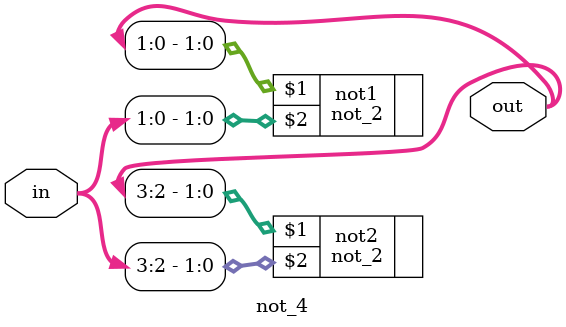
<source format=v>
module not_4(out, in);
	input [3:0] in;
	output [3:0] out;
	
	not_2 not1(out[1:0], in[1:0]);
	not_2 not2(out[3:2], in[3:2]);
	
endmodule

</source>
